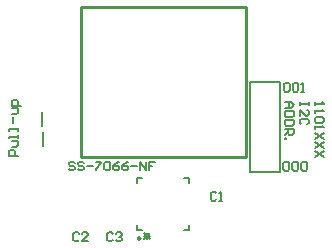
<source format=gto>
G04*
G04 #@! TF.GenerationSoftware,Altium Limited,Altium Designer,18.0.7 (293)*
G04*
G04 Layer_Color=65535*
%FSLAX25Y25*%
%MOIN*%
G70*
G01*
G75*
%ADD10C,0.00984*%
%ADD11C,0.00787*%
%ADD12C,0.01000*%
%ADD13C,0.00591*%
D10*
X47539Y4528D02*
X46801Y4954D01*
Y4101D01*
X47539Y4528D01*
D11*
X46457Y7087D02*
X48130D01*
X46457D02*
Y8760D01*
Y22736D02*
Y24409D01*
X48130D01*
X62106D02*
X63779D01*
Y22736D02*
Y24409D01*
X62106Y7087D02*
X63779D01*
Y8760D01*
X14862Y41831D02*
Y46555D01*
X14961Y35039D02*
Y39764D01*
X94000Y26400D02*
Y56400D01*
X84000D02*
X94000D01*
X84000Y26400D02*
Y56400D01*
Y26400D02*
X94000D01*
D12*
X82618Y31303D02*
Y81303D01*
X27618Y31303D02*
Y81303D01*
Y31303D02*
X82618D01*
X27618Y81303D02*
X82618D01*
D13*
X105610Y49709D02*
Y48726D01*
Y49218D01*
X108561D01*
X108069Y49709D01*
X105610Y47250D02*
Y46266D01*
Y46758D01*
X108561D01*
X108069Y47250D01*
Y44790D02*
X108561Y44298D01*
Y43314D01*
X108069Y42822D01*
X106101D01*
X105610Y43314D01*
Y44298D01*
X106101Y44790D01*
X108069D01*
X105610Y41838D02*
Y40854D01*
Y41346D01*
X108561D01*
X108069Y41838D01*
X108561Y39378D02*
X105610Y37410D01*
X108561D02*
X105610Y39378D01*
X108561Y36426D02*
X105610Y34458D01*
X108561D02*
X105610Y36426D01*
X108561Y33474D02*
X105610Y31507D01*
X108561D02*
X105610Y33474D01*
X103602Y49709D02*
Y48726D01*
Y49218D01*
X100650D01*
Y49709D01*
Y48726D01*
Y45282D02*
Y47250D01*
X102618Y45282D01*
X103110D01*
X103602Y45774D01*
Y46758D01*
X103110Y47250D01*
Y42330D02*
X103602Y42822D01*
Y43806D01*
X103110Y44298D01*
X101142D01*
X100650Y43806D01*
Y42822D01*
X101142Y42330D01*
X95691Y49709D02*
X97658D01*
X98642Y48726D01*
X97658Y47742D01*
X95691D01*
X97166D01*
Y49709D01*
X98642Y46758D02*
X95691D01*
Y45282D01*
X96183Y44790D01*
X98150D01*
X98642Y45282D01*
Y46758D01*
Y43806D02*
X95691D01*
Y42330D01*
X96183Y41838D01*
X98150D01*
X98642Y42330D01*
Y43806D01*
X95691Y40854D02*
X98642D01*
Y39378D01*
X98150Y38886D01*
X97166D01*
X96675Y39378D01*
Y40854D01*
Y39870D02*
X95691Y38886D01*
Y37902D02*
X96183D01*
Y37410D01*
X95691D01*
Y37902D01*
X95290Y55750D02*
X95783Y56242D01*
X96766D01*
X97258Y55750D01*
Y53782D01*
X96766Y53290D01*
X95783D01*
X95290Y53782D01*
Y55750D01*
X98242D02*
X98734Y56242D01*
X99718D01*
X100210Y55750D01*
Y53782D01*
X99718Y53290D01*
X98734D01*
X98242Y53782D01*
Y55750D01*
X101194Y53290D02*
X102178D01*
X101686D01*
Y56242D01*
X101194Y55750D01*
X95191Y29350D02*
X95683Y29842D01*
X96666D01*
X97158Y29350D01*
Y27382D01*
X96666Y26891D01*
X95683D01*
X95191Y27382D01*
Y29350D01*
X98142D02*
X98634Y29842D01*
X99618D01*
X100110Y29350D01*
Y27382D01*
X99618Y26891D01*
X98634D01*
X98142Y27382D01*
Y29350D01*
X101094D02*
X101586Y29842D01*
X102570D01*
X103062Y29350D01*
Y27382D01*
X102570Y26891D01*
X101586D01*
X101094Y27382D01*
Y29350D01*
X6600Y31900D02*
X3648D01*
Y33376D01*
X4140Y33868D01*
X5124D01*
X5616Y33376D01*
Y31900D01*
X4632Y34852D02*
X6108D01*
X6600Y35344D01*
Y36820D01*
X4632D01*
X6600Y37804D02*
Y38788D01*
Y38296D01*
X3648D01*
Y37804D01*
X6600Y40264D02*
Y41247D01*
Y40755D01*
X3648D01*
Y40264D01*
X5124Y42723D02*
Y44691D01*
X4632Y45675D02*
X6108D01*
X6600Y46167D01*
Y47643D01*
X4632D01*
X7584Y48627D02*
X4632D01*
Y50103D01*
X5124Y50595D01*
X6108D01*
X6600Y50103D01*
Y48627D01*
X48819Y6003D02*
X50787Y4035D01*
X48819D02*
X50787Y6003D01*
X48819Y5019D02*
X50787D01*
X49803Y4035D02*
Y6003D01*
X38368Y5860D02*
X37876Y6352D01*
X36892D01*
X36400Y5860D01*
Y3892D01*
X36892Y3400D01*
X37876D01*
X38368Y3892D01*
X39352Y5860D02*
X39844Y6352D01*
X40828D01*
X41320Y5860D01*
Y5368D01*
X40828Y4876D01*
X40336D01*
X40828D01*
X41320Y4384D01*
Y3892D01*
X40828Y3400D01*
X39844D01*
X39352Y3892D01*
X27068Y5860D02*
X26576Y6352D01*
X25592D01*
X25100Y5860D01*
Y3892D01*
X25592Y3400D01*
X26576D01*
X27068Y3892D01*
X30020Y3400D02*
X28052D01*
X30020Y5368D01*
Y5860D01*
X29528Y6352D01*
X28544D01*
X28052Y5860D01*
X72868Y19360D02*
X72376Y19852D01*
X71392D01*
X70900Y19360D01*
Y17392D01*
X71392Y16900D01*
X72376D01*
X72868Y17392D01*
X73852Y16900D02*
X74836D01*
X74344D01*
Y19852D01*
X73852Y19360D01*
X25668Y29460D02*
X25176Y29952D01*
X24192D01*
X23700Y29460D01*
Y28968D01*
X24192Y28476D01*
X25176D01*
X25668Y27984D01*
Y27492D01*
X25176Y27000D01*
X24192D01*
X23700Y27492D01*
X28620Y29460D02*
X28128Y29952D01*
X27144D01*
X26652Y29460D01*
Y28968D01*
X27144Y28476D01*
X28128D01*
X28620Y27984D01*
Y27492D01*
X28128Y27000D01*
X27144D01*
X26652Y27492D01*
X29604Y28476D02*
X31571D01*
X32555Y29952D02*
X34523D01*
Y29460D01*
X32555Y27492D01*
Y27000D01*
X35507Y29460D02*
X35999Y29952D01*
X36983D01*
X37475Y29460D01*
Y27492D01*
X36983Y27000D01*
X35999D01*
X35507Y27492D01*
Y29460D01*
X40427Y29952D02*
X39443Y29460D01*
X38459Y28476D01*
Y27492D01*
X38951Y27000D01*
X39935D01*
X40427Y27492D01*
Y27984D01*
X39935Y28476D01*
X38459D01*
X43379Y29952D02*
X42395Y29460D01*
X41411Y28476D01*
Y27492D01*
X41903Y27000D01*
X42887D01*
X43379Y27492D01*
Y27984D01*
X42887Y28476D01*
X41411D01*
X44363D02*
X46330D01*
X47315Y27000D02*
Y29952D01*
X49282Y27000D01*
Y29952D01*
X52234D02*
X50266D01*
Y28476D01*
X51250D01*
X50266D01*
Y27000D01*
M02*

</source>
